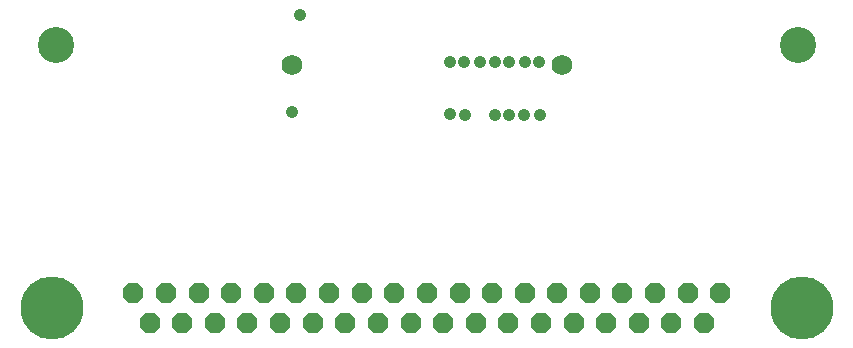
<source format=gbs>
G75*
%MOIN*%
%OFA0B0*%
%FSLAX25Y25*%
%IPPOS*%
%LPD*%
%AMOC8*
5,1,8,0,0,1.08239X$1,22.5*
%
%ADD10C,0.12008*%
%ADD11C,0.06921*%
%ADD12OC8,0.06984*%
%ADD13C,0.20984*%
%ADD14C,0.04165*%
D10*
X0055484Y0158154D03*
X0303028Y0158170D03*
D11*
X0224346Y0151540D03*
X0134346Y0151540D03*
D12*
X0086848Y0065300D03*
X0097748Y0065300D03*
X0108548Y0065300D03*
X0119448Y0065300D03*
X0130348Y0065300D03*
X0141248Y0065300D03*
X0152048Y0065300D03*
X0162948Y0065300D03*
X0173848Y0065300D03*
X0184648Y0065300D03*
X0195548Y0065300D03*
X0206448Y0065300D03*
X0217248Y0065300D03*
X0228148Y0065300D03*
X0239048Y0065300D03*
X0249848Y0065300D03*
X0260748Y0065300D03*
X0271648Y0065300D03*
X0277048Y0075300D03*
X0266148Y0075300D03*
X0255348Y0075300D03*
X0244448Y0075300D03*
X0233548Y0075300D03*
X0222748Y0075300D03*
X0211848Y0075300D03*
X0200948Y0075300D03*
X0190148Y0075300D03*
X0179248Y0075300D03*
X0168348Y0075300D03*
X0157548Y0075300D03*
X0146648Y0075300D03*
X0135748Y0075300D03*
X0124848Y0075300D03*
X0114048Y0075300D03*
X0103148Y0075300D03*
X0092248Y0075300D03*
X0081448Y0075300D03*
D13*
X0054248Y0070300D03*
X0304248Y0070300D03*
D14*
X0216906Y0134808D03*
X0211689Y0134709D03*
X0206768Y0134611D03*
X0201846Y0134611D03*
X0192004Y0134709D03*
X0187083Y0135202D03*
X0187083Y0152524D03*
X0191807Y0152426D03*
X0196925Y0152524D03*
X0201846Y0152426D03*
X0206768Y0152426D03*
X0211886Y0152426D03*
X0216807Y0152426D03*
X0136886Y0168174D03*
X0134425Y0135694D03*
M02*

</source>
